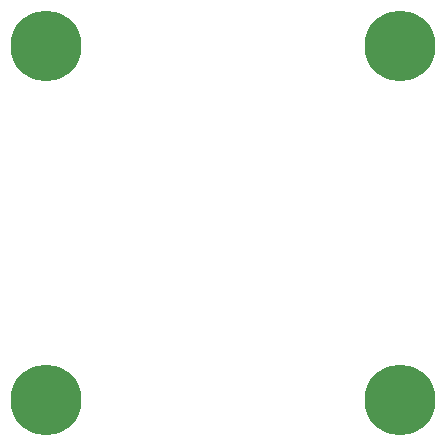
<source format=gbs>
G04 #@! TF.GenerationSoftware,KiCad,Pcbnew,7.0.8-7.0.8~ubuntu22.04.1*
G04 #@! TF.CreationDate,2023-11-02T22:02:33-07:00*
G04 #@! TF.ProjectId,Thorlabs 30 mm Cage Plate LED MCPCB,54686f72-6c61-4627-9320-3330206d6d20,rev?*
G04 #@! TF.SameCoordinates,Original*
G04 #@! TF.FileFunction,Soldermask,Bot*
G04 #@! TF.FilePolarity,Negative*
%FSLAX46Y46*%
G04 Gerber Fmt 4.6, Leading zero omitted, Abs format (unit mm)*
G04 Created by KiCad (PCBNEW 7.0.8-7.0.8~ubuntu22.04.1) date 2023-11-02 22:02:33*
%MOMM*%
%LPD*%
G01*
G04 APERTURE LIST*
%ADD10C,6.000000*%
G04 APERTURE END LIST*
D10*
X135000000Y-95000000D03*
X105000000Y-65000000D03*
X105000000Y-95000000D03*
X135000000Y-65000000D03*
M02*

</source>
